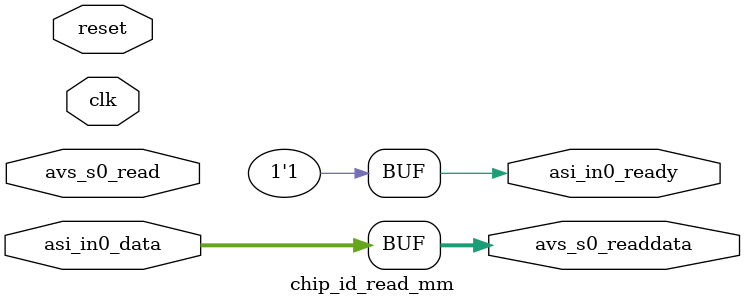
<source format=v>

`timescale 1 ps / 1 ps
module chip_id_read_mm (
		// clocks and resets
		input  wire        clk,             // clock.clk
		input  wire        reset,           // reset.reset

		// Avalon MM slave
		input  wire        avs_s0_read,     //    s0.read
		output wire [63:0] avs_s0_readdata, //      .readdata

		// Avalon ST sink
		input  wire [63:0] asi_in0_data,    //   in0.data
		output wire        asi_in0_ready    //   in0.ready
	);

	assign avs_s0_readdata = asi_in0_data;
	assign asi_in0_ready = 1'b1;

endmodule

</source>
